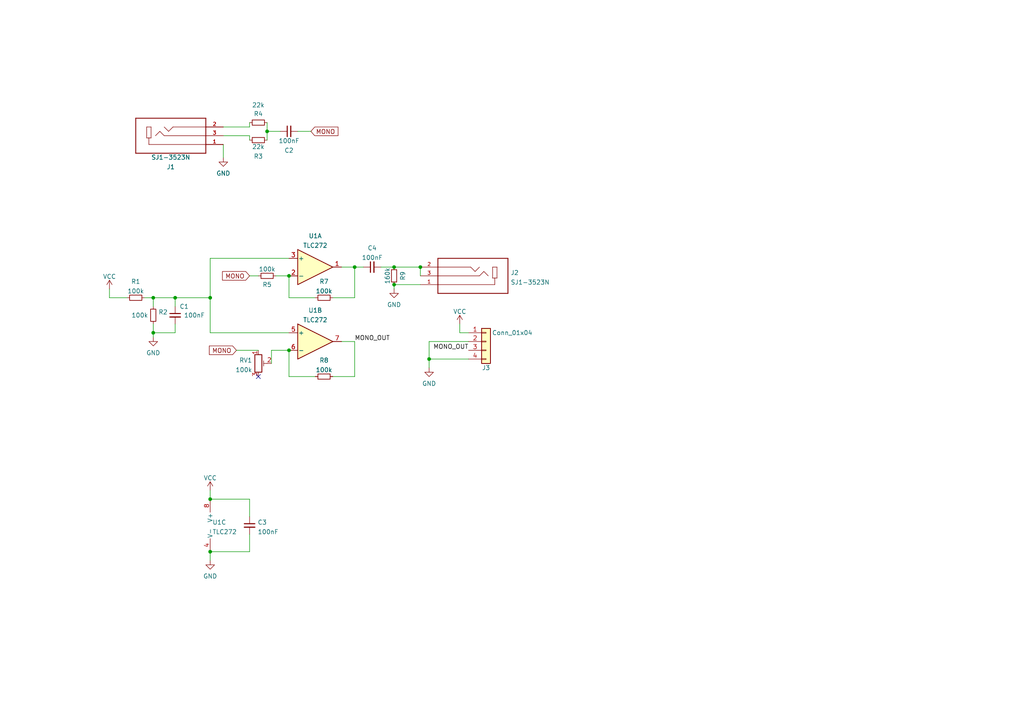
<source format=kicad_sch>
(kicad_sch (version 20211123) (generator eeschema)
  (paper "A4")
  (lib_symbols
    (symbol "Amplifier_Operational:TLC272" (pin_names (offset 0.127))
      (property "Reference" "U" (at 0 5.08 0))
      (property "Value" "TLC272" (at 0 -5.08 0))
      (symbol "TLC272_1_1"
        (polyline (pts (xy -5.08 5.08) (xy 5.08 0) (xy -5.08 -5.08) (xy -5.08 5.08)) (stroke (width 0.254)) (fill (type background)))
        (pin output line (at 7.62 0 180) (length 2.54) (name "~") (number "1"))
        (pin input line (at -7.62 -2.54 0) (length 2.54) (name "-") (number "2"))
        (pin input line (at -7.62 2.54 0) (length 2.54) (name "+") (number "3"))
      )
      (symbol "TLC272_2_1"
        (polyline (pts (xy -5.08 5.08) (xy 5.08 0) (xy -5.08 -5.08) (xy -5.08 5.08)) (stroke (width 0.254)) (fill (type background)))
        (pin input line (at -7.62 2.54 0) (length 2.54) (name "+") (number "5"))
        (pin input line (at -7.62 -2.54 0) (length 2.54) (name "-") (number "6"))
        (pin output line (at 7.62 0 180) (length 2.54) (name "~") (number "7"))
      )
      (symbol "TLC272_3_1"
        (pin power_in line (at -2.54 -7.62 90) (length 3.81) (name "V-") (number "4"))
        (pin power_in line (at -2.54 7.62 270) (length 3.81) (name "V+") (number "8"))
      )
    )
    (symbol "Connector_Generic:Conn_01x04" (pin_names (offset 1.016) hide)
      (property "Reference" "J" (at 0 5.08 0))
      (property "Value" "Conn_01x04" (at 0 -7.62 0))
      (symbol "Conn_01x04_1_1"
        (rectangle (start -1.27 -4.953) (end 0 -5.207) (stroke (width 0.1524)))
        (rectangle (start -1.27 -2.413) (end 0 -2.667) (stroke (width 0.1524)))
        (rectangle (start -1.27 0.127) (end 0 -0.127) (stroke (width 0.1524)))
        (rectangle (start -1.27 2.667) (end 0 2.413) (stroke (width 0.1524)))
        (rectangle (start -1.27 3.81) (end 1.27 -6.35) (stroke (width 0.254)) (fill (type background)))
        (pin passive line (at -5.08 2.54 0) (length 3.81) (name "Pin_1") (number "1"))
        (pin passive line (at -5.08 0 0) (length 3.81) (name "Pin_2") (number "2"))
        (pin passive line (at -5.08 -2.54 0) (length 3.81) (name "Pin_3") (number "3"))
        (pin passive line (at -5.08 -5.08 0) (length 3.81) (name "Pin_4") (number "4"))
      )
    )
    (symbol "Device:C_Small" (pin_numbers hide) (pin_names (offset 0.254) hide)
      (property "Reference" "C" (at 0.254 1.778 0))
      (property "Value" "C_Small" (at 0.254 -2.032 0))
      (symbol "C_Small_0_1"
        (polyline (pts (xy -1.524 -0.508) (xy 1.524 -0.508)) (stroke (width 0.3302)))
        (polyline (pts (xy -1.524 0.508) (xy 1.524 0.508)) (stroke (width 0.3048)))
      )
      (symbol "C_Small_1_1"
        (pin passive line (at 0 2.54 270) (length 2.032) (name "~") (number "1"))
        (pin passive line (at 0 -2.54 90) (length 2.032) (name "~") (number "2"))
      )
    )
    (symbol "Device:R_Potentiometer_Trim" (pin_names (offset 1.016) hide)
      (property "Reference" "RV" (at -4.445 0 90))
      (property "Value" "R_Potentiometer_Trim" (at -2.54 0 90))
      (symbol "R_Potentiometer_Trim_0_1"
        (polyline (pts (xy 1.524 0.762) (xy 1.524 -0.762)))
        (polyline (pts (xy 2.54 0) (xy 1.524 0)))
        (rectangle (start 1.016 2.54) (end -1.016 -2.54) (stroke (width 0.254)))
      )
      (symbol "R_Potentiometer_Trim_1_1"
        (pin passive line (at 0 3.81 270) (length 1.27) (name "1") (number "1"))
        (pin passive line (at 3.81 0 180) (length 1.27) (name "2") (number "2"))
        (pin passive line (at 0 -3.81 90) (length 1.27) (name "3") (number "3"))
      )
    )
    (symbol "Device:R_Small" (pin_numbers hide) (pin_names (offset 0.254) hide)
      (property "Reference" "R" (at 0.762 0.508 0))
      (property "Value" "R_Small" (at 0.762 -1.016 0))
      (symbol "R_Small_0_1"
        (rectangle (start -0.762 1.778) (end 0.762 -1.778) (stroke (width 0.2032)))
      )
      (symbol "R_Small_1_1"
        (pin passive line (at 0 2.54 270) (length 0.762) (name "~") (number "1"))
        (pin passive line (at 0 -2.54 90) (length 0.762) (name "~") (number "2"))
      )
    )
    (symbol "SJ1-3523N:SJ1-3523N" (pin_names (offset 1.016) hide)
      (property "Reference" "J" (at -10.16 7.62 0))
      (property "Value" "SJ1-3523N" (at -10.16 -10.16 0))
      (symbol "SJ1-3523N_0_0"
        (polyline (pts (xy -10.16 -5.08) (xy 10.16 -5.08)) (stroke (width 0.254)))
        (polyline (pts (xy -10.16 5.08) (xy -10.16 -5.08)) (stroke (width 0.254)))
        (polyline (pts (xy -6.985 -2.54) (xy -6.985 0.635)) (stroke (width 0.1524)))
        (polyline (pts (xy -6.985 0.635) (xy -6.35 0.635)) (stroke (width 0.1524)))
        (polyline (pts (xy -6.35 0.635) (xy -5.715 0.635)) (stroke (width 0.1524)))
        (polyline (pts (xy -6.35 2.54) (xy -6.35 0.635)) (stroke (width 0.1524)))
        (polyline (pts (xy -5.715 -2.54) (xy -6.985 -2.54)) (stroke (width 0.1524)))
        (polyline (pts (xy -5.715 0.635) (xy -5.715 -2.54)) (stroke (width 0.1524)))
        (polyline (pts (xy -3.175 -1.27) (xy -4.445 0)) (stroke (width 0.1524)))
        (polyline (pts (xy -1.905 0) (xy -3.175 -1.27)) (stroke (width 0.1524)))
        (polyline (pts (xy -0.635 -1.27) (xy -1.905 -2.54)) (stroke (width 0.1524)))
        (polyline (pts (xy 0.635 -2.54) (xy -0.635 -1.27)) (stroke (width 0.1524)))
        (polyline (pts (xy 10.16 -5.08) (xy 10.16 -2.54)) (stroke (width 0.254)))
        (polyline (pts (xy 10.16 -2.54) (xy 0.635 -2.54)) (stroke (width 0.1524)))
        (polyline (pts (xy 10.16 -2.54) (xy 10.16 0)) (stroke (width 0.254)))
        (polyline (pts (xy 10.16 0) (xy -1.905 0)) (stroke (width 0.1524)))
        (polyline (pts (xy 10.16 0) (xy 10.16 2.54)) (stroke (width 0.254)))
        (polyline (pts (xy 10.16 2.54) (xy -6.35 2.54)) (stroke (width 0.1524)))
        (polyline (pts (xy 10.16 2.54) (xy 10.16 5.08)) (stroke (width 0.254)))
        (polyline (pts (xy 10.16 5.08) (xy -10.16 5.08)) (stroke (width 0.254)))
        (pin passive line (at 15.24 2.54 180) (length 5.08) (name "~") (number "1"))
        (pin passive line (at 15.24 -2.54 180) (length 5.08) (name "~") (number "2"))
        (pin passive line (at 15.24 0 180) (length 5.08) (name "~") (number "3"))
      )
    )
    (symbol "power:GND" (power) (pin_names (offset 0))
      (property "Value" "GND" (at 0 -3.81 0))
      (symbol "GND_0_1"
        (polyline (pts (xy 0 0) (xy 0 -1.27) (xy 1.27 -1.27) (xy 0 -2.54) (xy -1.27 -1.27) (xy 0 -1.27)))
      )
      (symbol "GND_1_1"
        (pin power_in line (at 0 0 270) (length 0) hide (name "GND") (number "1"))
      )
    )
    (symbol "power:VCC" (power) (pin_names (offset 0))
      (property "Value" "VCC" (at 0 3.81 0))
      (symbol "VCC_0_1"
        (polyline (pts (xy -0.762 1.27) (xy 0 2.54)))
        (polyline (pts (xy 0 0) (xy 0 2.54)))
        (polyline (pts (xy 0 2.54) (xy 0.762 1.27)))
      )
      (symbol "VCC_1_1"
        (pin power_in line (at 0 0 90) (length 0) hide (name "VCC") (number "1"))
      )
    )
  )
  (junction (at 114.3 82.55))
  (junction (at 121.92 77.47))
  (junction (at 83.82 80.01))
  (junction (at 60.96 86.36))
  (junction (at 44.45 86.36))
  (junction (at 60.96 144.78))
  (junction (at 124.46 104.14))
  (junction (at 102.87 77.47))
  (junction (at 114.3 77.47))
  (junction (at 83.82 101.6))
  (junction (at 77.47 38.1))
  (junction (at 44.45 96.52))
  (junction (at 50.8 86.36))
  (junction (at 60.96 160.02))
  (no_connect (at 74.93 109.22))
  (wire (pts (xy 72.39 154.94) (xy 72.39 160.02)))
  (wire (pts (xy 110.49 77.47) (xy 114.3 77.47)))
  (wire (pts (xy 83.82 101.6) (xy 78.74 101.6)))
  (wire (pts (xy 60.96 144.78) (xy 72.39 144.78)))
  (wire (pts (xy 91.44 86.36) (xy 83.82 86.36)))
  (wire (pts (xy 44.45 96.52) (xy 50.8 96.52)))
  (wire (pts (xy 72.39 160.02) (xy 60.96 160.02)))
  (wire (pts (xy 31.75 83.82) (xy 31.75 86.36)))
  (wire (pts (xy 86.36 38.1) (xy 90.17 38.1)))
  (wire (pts (xy 83.82 101.6) (xy 83.82 109.22)))
  (wire (pts (xy 60.96 96.52) (xy 83.82 96.52)))
  (wire (pts (xy 50.8 86.36) (xy 60.96 86.36)))
  (wire (pts (xy 44.45 96.52) (xy 44.45 97.79)))
  (wire (pts (xy 44.45 93.98) (xy 44.45 96.52)))
  (wire (pts (xy 133.35 93.98) (xy 133.35 96.52)))
  (wire (pts (xy 64.77 39.37) (xy 72.39 39.37)))
  (wire (pts (xy 99.06 99.06) (xy 102.87 99.06)))
  (wire (pts (xy 60.96 142.24) (xy 60.96 144.78)))
  (wire (pts (xy 72.39 36.83) (xy 72.39 35.56)))
  (wire (pts (xy 83.82 86.36) (xy 83.82 80.01)))
  (wire (pts (xy 83.82 74.93) (xy 60.96 74.93)))
  (wire (pts (xy 64.77 36.83) (xy 72.39 36.83)))
  (wire (pts (xy 124.46 104.14) (xy 135.89 104.14)))
  (wire (pts (xy 81.28 38.1) (xy 77.47 38.1)))
  (wire (pts (xy 68.58 101.6) (xy 74.93 101.6)))
  (wire (pts (xy 77.47 38.1) (xy 77.47 40.64)))
  (wire (pts (xy 114.3 82.55) (xy 121.92 82.55)))
  (wire (pts (xy 124.46 99.06) (xy 124.46 104.14)))
  (wire (pts (xy 50.8 96.52) (xy 50.8 93.98)))
  (wire (pts (xy 50.8 86.36) (xy 50.8 88.9)))
  (wire (pts (xy 96.52 86.36) (xy 102.87 86.36)))
  (wire (pts (xy 72.39 80.01) (xy 74.93 80.01)))
  (wire (pts (xy 60.96 74.93) (xy 60.96 86.36)))
  (wire (pts (xy 41.91 86.36) (xy 44.45 86.36)))
  (wire (pts (xy 133.35 96.52) (xy 135.89 96.52)))
  (wire (pts (xy 114.3 82.55) (xy 114.3 83.82)))
  (wire (pts (xy 78.74 101.6) (xy 78.74 105.41)))
  (wire (pts (xy 64.77 41.91) (xy 64.77 45.72)))
  (wire (pts (xy 60.96 86.36) (xy 60.96 96.52)))
  (wire (pts (xy 121.92 80.01) (xy 121.92 77.47)))
  (wire (pts (xy 114.3 77.47) (xy 121.92 77.47)))
  (wire (pts (xy 77.47 38.1) (xy 77.47 35.56)))
  (wire (pts (xy 31.75 86.36) (xy 36.83 86.36)))
  (wire (pts (xy 102.87 99.06) (xy 102.87 109.22)))
  (wire (pts (xy 60.96 160.02) (xy 60.96 162.56)))
  (wire (pts (xy 91.44 109.22) (xy 83.82 109.22)))
  (wire (pts (xy 102.87 109.22) (xy 96.52 109.22)))
  (wire (pts (xy 44.45 86.36) (xy 44.45 88.9)))
  (wire (pts (xy 124.46 104.14) (xy 124.46 106.68)))
  (wire (pts (xy 72.39 144.78) (xy 72.39 149.86)))
  (wire (pts (xy 102.87 86.36) (xy 102.87 77.47)))
  (wire (pts (xy 72.39 39.37) (xy 72.39 40.64)))
  (wire (pts (xy 135.89 99.06) (xy 124.46 99.06)))
  (wire (pts (xy 102.87 77.47) (xy 105.41 77.47)))
  (wire (pts (xy 102.87 77.47) (xy 99.06 77.47)))
  (wire (pts (xy 80.01 80.01) (xy 83.82 80.01)))
  (wire (pts (xy 44.45 86.36) (xy 50.8 86.36)))
  (label "MONO_OUT" (at 102.87 99.06 0))
  (label "MONO_OUT" (at 135.89 101.6 180))
  (global_label "MONO" (shape input) (at 72.39 80.01 180) (property "Intersheet References" "${INTERSHEET_REFS}" (effects hide)))
  (global_label "MONO" (shape input) (at 90.17 38.1 0) (property "Intersheet References" "${INTERSHEET_REFS}" (effects hide)))
  (global_label "MONO" (shape input) (at 68.58 101.6 180) (property "Intersheet References" "${INTERSHEET_REFS}" (effects hide)))
  (symbol (lib_id "power:GND") (at 64.77 45.72 0) (mirror y) (unit 1)
    (property "Reference" "#PWR03" (effects hide))
    (property "Value" "GND" (at 64.77 50.2825 0))
  )
  (symbol (lib_id "Device:R_Small") (at 77.47 80.01 90) (unit 1)
    (property "Reference" "R5" (at 77.47 82.55 90))
    (property "Value" "100k" (at 77.47 78.082 90))
    (property "Footprint" "Resistor_SMD:R_0603_1608Metric_Pad0.98x0.95mm_HandSolder" (effects hide))
  )
  (symbol (lib_id "Device:R_Small") (at 93.98 109.22 90) (unit 1)
    (property "Reference" "R8" (at 93.98 104.5169 90))
    (property "Value" "100k" (at 93.98 107.292 90))
    (property "Footprint" "Resistor_SMD:R_0603_1608Metric_Pad0.98x0.95mm_HandSolder" (effects hide))
  )
  (symbol (lib_id "Device:C_Small") (at 72.39 152.4 0) (unit 1)
    (property "Reference" "C3" (at 74.7141 151.4978 0) (effects (justify left)))
    (property "Value" "100nF" (at 74.7141 154.2729 0) (effects (justify left)))
    (property "Footprint" "Capacitor_SMD:C_0603_1608Metric_Pad1.08x0.95mm_HandSolder" (effects hide))
  )
  (symbol (lib_id "Device:R_Small") (at 39.37 86.36 90) (unit 1)
    (property "Reference" "R1" (at 39.37 81.6569 90))
    (property "Value" "100k" (at 39.37 84.432 90))
    (property "Footprint" "Resistor_SMD:R_0603_1608Metric_Pad0.98x0.95mm_HandSolder" (effects hide))
  )
  (symbol (lib_id "Amplifier_Operational:TLC272") (at 91.44 99.06 0) (unit 2)
    (property "Reference" "U1" (at 91.44 90.0135 0))
    (property "Value" "TLC272" (at 91.44 92.7886 0))
    (property "Footprint" "Package_SO:SOIC-8_3.9x4.9mm_P1.27mm" (effects hide))
    (property "Datasheet" "http://www.ti.com/lit/ds/symlink/tlc272.pdf" (effects hide))
  )
  (symbol (lib_id "power:VCC") (at 133.35 93.98 0) (unit 1)
    (property "Reference" "#PWR08" (effects hide))
    (property "Value" "VCC" (at 133.35 90.3755 0))
  )
  (symbol (lib_id "Connector_Generic:Conn_01x04") (at 140.97 99.06 0) (unit 1)
    (property "Reference" "J3" (at 140.97 106.68 0))
    (property "Value" "Conn_01x04" (at 148.59 96.52 0))
    (property "Footprint" "Connector_JST:JST_EH_S4B-EH_1x04_P2.50mm_Horizontal" (effects hide))
  )
  (symbol (lib_id "Device:R_Potentiometer_Trim") (at 74.93 105.41 0) (unit 1)
    (property "Reference" "RV1" (at 73.1521 104.5015 0) (effects (justify right)))
    (property "Value" "100k" (at 73.1521 107.2766 0) (effects (justify right)))
    (property "Footprint" "Potentiometer_SMD:Potentiometer_Bourns_TC33X_Vertical" (effects hide))
  )
  (symbol (lib_id "power:VCC") (at 31.75 83.82 0) (unit 1)
    (property "Reference" "#PWR01" (effects hide))
    (property "Value" "VCC" (at 31.75 80.2155 0))
  )
  (symbol (lib_id "Device:R_Small") (at 114.3 80.01 180) (unit 1)
    (property "Reference" "R9" (at 116.84 80.01 90))
    (property "Value" "160k" (at 112.372 80.01 90))
    (property "Footprint" "Resistor_SMD:R_0603_1608Metric_Pad0.98x0.95mm_HandSolder" (effects hide))
  )
  (symbol (lib_id "power:GND") (at 124.46 106.68 0) (unit 1)
    (property "Reference" "#PWR07" (effects hide))
    (property "Value" "GND" (at 124.46 111.2425 0))
  )
  (symbol (lib_id "Device:R_Small") (at 74.93 35.56 90) (mirror x) (unit 1)
    (property "Reference" "R4" (at 74.93 33.02 90))
    (property "Value" "22k" (at 74.93 30.48 90))
    (property "Footprint" "Resistor_SMD:R_0603_1608Metric_Pad0.98x0.95mm_HandSolder" (effects hide))
  )
  (symbol (lib_id "SJ1-3523N:SJ1-3523N") (at 49.53 39.37 0) (mirror x) (unit 1)
    (property "Reference" "J1" (at 49.53 48.4165 0))
    (property "Value" "SJ1-3523N" (at 49.53 45.6414 0))
    (property "Footprint" "custom:CUI_SJ1-3523N" (effects hide))
    (property "PARTREV" "1.02" (effects hide))
    (property "STANDARD" "Manufacturer recommendation" (effects hide))
    (property "MANUFACTURER" "CUI" (effects hide))
  )
  (symbol (lib_id "Amplifier_Operational:TLC272") (at 91.44 77.47 0) (unit 1)
    (property "Reference" "U1" (at 91.44 68.4235 0))
    (property "Value" "TLC272" (at 91.44 71.1986 0))
    (property "Footprint" "Package_SO:SOIC-8_3.9x4.9mm_P1.27mm" (effects hide))
    (property "Datasheet" "http://www.ti.com/lit/ds/symlink/tlc272.pdf" (effects hide))
  )
  (symbol (lib_id "Device:C_Small") (at 83.82 38.1 90) (mirror x) (unit 1)
    (property "Reference" "C2" (at 83.8263 43.6286 90))
    (property "Value" "100nF" (at 83.8263 40.8535 90))
    (property "Footprint" "Capacitor_SMD:C_0603_1608Metric_Pad1.08x0.95mm_HandSolder" (effects hide))
  )
  (symbol (lib_id "power:GND") (at 60.96 162.56 0) (unit 1)
    (property "Reference" "#PWR05" (effects hide))
    (property "Value" "GND" (at 60.96 167.1225 0))
  )
  (symbol (lib_id "Device:R_Small") (at 44.45 91.44 0) (unit 1)
    (property "Reference" "R2" (at 45.9486 90.5315 0) (effects (justify left)))
    (property "Value" "100k" (at 38.1 91.44 0) (effects (justify left)))
    (property "Footprint" "Resistor_SMD:R_0603_1608Metric_Pad0.98x0.95mm_HandSolder" (effects hide))
  )
  (symbol (lib_id "Device:R_Small") (at 74.93 40.64 90) (mirror x) (unit 1)
    (property "Reference" "R3" (at 74.93 45.3431 90))
    (property "Value" "22k" (at 74.93 42.568 90))
    (property "Footprint" "Resistor_SMD:R_0603_1608Metric_Pad0.98x0.95mm_HandSolder" (effects hide))
  )
  (symbol (lib_id "power:VCC") (at 60.96 142.24 0) (unit 1)
    (property "Reference" "#PWR04" (effects hide))
    (property "Value" "VCC" (at 60.96 138.6355 0))
  )
  (symbol (lib_id "power:GND") (at 114.3 83.82 0) (unit 1)
    (property "Reference" "#PWR06" (effects hide))
    (property "Value" "GND" (at 114.3 88.3825 0))
  )
  (symbol (lib_id "SJ1-3523N:SJ1-3523N") (at 137.16 80.01 180) (unit 1)
    (property "Reference" "J2" (at 148.082 79.1015 0) (effects (justify right)))
    (property "Value" "SJ1-3523N" (at 148.082 81.8766 0) (effects (justify right)))
    (property "Footprint" "custom:CUI_SJ1-3523N" (effects hide))
    (property "PARTREV" "1.02" (effects hide))
    (property "STANDARD" "Manufacturer recommendation" (effects hide))
    (property "MANUFACTURER" "CUI" (effects hide))
  )
  (symbol (lib_id "power:GND") (at 44.45 97.79 0) (unit 1)
    (property "Reference" "#PWR02" (effects hide))
    (property "Value" "GND" (at 44.45 102.3525 0))
  )
  (symbol (lib_id "Device:C_Small") (at 107.95 77.47 90) (unit 1)
    (property "Reference" "C4" (at 107.9563 71.9414 90))
    (property "Value" "100nF" (at 107.9563 74.7165 90))
    (property "Footprint" "Capacitor_SMD:C_0603_1608Metric_Pad1.08x0.95mm_HandSolder" (effects hide))
  )
  (symbol (lib_id "Device:C_Small") (at 50.8 91.44 0) (unit 1)
    (property "Reference" "C1" (at 52.07 88.9 0) (effects (justify left)))
    (property "Value" "100nF" (at 53.34 91.44 0) (effects (justify left)))
    (property "Footprint" "Capacitor_SMD:C_0603_1608Metric_Pad1.08x0.95mm_HandSolder" (effects hide))
  )
  (symbol (lib_id "Amplifier_Operational:TLC272") (at 63.5 152.4 0) (unit 3)
    (property "Reference" "U1" (at 61.595 151.4915 0) (effects (justify left)))
    (property "Value" "TLC272" (at 61.595 154.2666 0) (effects (justify left)))
    (property "Footprint" "Package_SO:SOIC-8_3.9x4.9mm_P1.27mm" (effects hide))
    (property "Datasheet" "http://www.ti.com/lit/ds/symlink/tlc272.pdf" (effects hide))
  )
  (symbol (lib_id "Device:R_Small") (at 93.98 86.36 90) (unit 1)
    (property "Reference" "R7" (at 93.98 81.6569 90))
    (property "Value" "100k" (at 93.98 84.432 90))
    (property "Footprint" "Resistor_SMD:R_0603_1608Metric_Pad0.98x0.95mm_HandSolder" (effects hide))
  )
)
</source>
